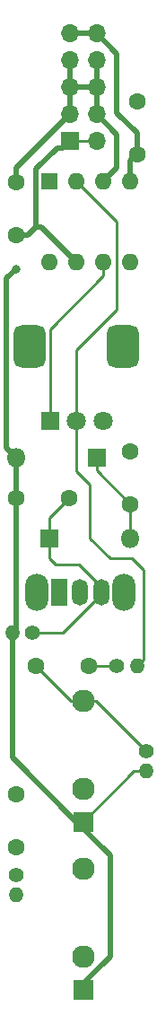
<source format=gbr>
%TF.GenerationSoftware,KiCad,Pcbnew,(6.0.4-0)*%
%TF.CreationDate,2022-12-20T07:59:27-08:00*%
%TF.ProjectId,slutch,736c7574-6368-42e6-9b69-6361645f7063,rev?*%
%TF.SameCoordinates,Original*%
%TF.FileFunction,Copper,L2,Bot*%
%TF.FilePolarity,Positive*%
%FSLAX46Y46*%
G04 Gerber Fmt 4.6, Leading zero omitted, Abs format (unit mm)*
G04 Created by KiCad (PCBNEW (6.0.4-0)) date 2022-12-20 07:59:27*
%MOMM*%
%LPD*%
G01*
G04 APERTURE LIST*
G04 Aperture macros list*
%AMRoundRect*
0 Rectangle with rounded corners*
0 $1 Rounding radius*
0 $2 $3 $4 $5 $6 $7 $8 $9 X,Y pos of 4 corners*
0 Add a 4 corners polygon primitive as box body*
4,1,4,$2,$3,$4,$5,$6,$7,$8,$9,$2,$3,0*
0 Add four circle primitives for the rounded corners*
1,1,$1+$1,$2,$3*
1,1,$1+$1,$4,$5*
1,1,$1+$1,$6,$7*
1,1,$1+$1,$8,$9*
0 Add four rect primitives between the rounded corners*
20,1,$1+$1,$2,$3,$4,$5,0*
20,1,$1+$1,$4,$5,$6,$7,0*
20,1,$1+$1,$6,$7,$8,$9,0*
20,1,$1+$1,$8,$9,$2,$3,0*%
G04 Aperture macros list end*
%TA.AperFunction,ComponentPad*%
%ADD10C,1.400000*%
%TD*%
%TA.AperFunction,ComponentPad*%
%ADD11O,1.400000X1.400000*%
%TD*%
%TA.AperFunction,ComponentPad*%
%ADD12R,1.930000X1.830000*%
%TD*%
%TA.AperFunction,ComponentPad*%
%ADD13C,2.130000*%
%TD*%
%TA.AperFunction,ComponentPad*%
%ADD14R,1.800000X1.800000*%
%TD*%
%TA.AperFunction,ComponentPad*%
%ADD15C,1.800000*%
%TD*%
%TA.AperFunction,ComponentPad*%
%ADD16RoundRect,0.750000X0.750000X-1.250000X0.750000X1.250000X-0.750000X1.250000X-0.750000X-1.250000X0*%
%TD*%
%TA.AperFunction,ComponentPad*%
%ADD17O,2.200000X3.500000*%
%TD*%
%TA.AperFunction,ComponentPad*%
%ADD18R,1.500000X2.500000*%
%TD*%
%TA.AperFunction,ComponentPad*%
%ADD19O,1.500000X2.500000*%
%TD*%
%TA.AperFunction,ComponentPad*%
%ADD20C,1.600000*%
%TD*%
%TA.AperFunction,ComponentPad*%
%ADD21O,1.800000X1.800000*%
%TD*%
%TA.AperFunction,ComponentPad*%
%ADD22R,1.600000X1.600000*%
%TD*%
%TA.AperFunction,ComponentPad*%
%ADD23O,1.600000X1.600000*%
%TD*%
%TA.AperFunction,ComponentPad*%
%ADD24R,1.700000X1.700000*%
%TD*%
%TA.AperFunction,ComponentPad*%
%ADD25O,1.700000X1.700000*%
%TD*%
%TA.AperFunction,ViaPad*%
%ADD26C,0.800000*%
%TD*%
%TA.AperFunction,Conductor*%
%ADD27C,0.250000*%
%TD*%
%TA.AperFunction,Conductor*%
%ADD28C,0.500000*%
%TD*%
G04 APERTURE END LIST*
D10*
%TO.P,R5,1*%
%TO.N,Net-(C1-Pad1)*%
X192000000Y-102000000D03*
D11*
%TO.P,R5,2*%
%TO.N,GND*%
X192000000Y-103900000D03*
%TD*%
D12*
%TO.P,J3,S*%
%TO.N,GND*%
X186055000Y-124525000D03*
D13*
%TO.P,J3,T*%
%TO.N,Net-(J3-PadT)*%
X186055000Y-113125000D03*
%TO.P,J3,TN*%
%TO.N,N/C*%
X186055000Y-121425000D03*
%TD*%
D14*
%TO.P,R2,1*%
%TO.N,Net-(C4-Pad1)*%
X182920000Y-70820000D03*
D15*
%TO.P,R2,2*%
%TO.N,Net-(R1-Pad2)*%
X185420000Y-70820000D03*
%TO.P,R2,3*%
%TO.N,N/C*%
X187920000Y-70820000D03*
D16*
%TO.P,R2,MP*%
X189820000Y-63820000D03*
X181020000Y-63820000D03*
%TD*%
D17*
%TO.P,SW1,*%
%TO.N,*%
X189865000Y-86995000D03*
X181665000Y-86995000D03*
D18*
%TO.P,SW1,1,A*%
%TO.N,Net-(C4-Pad1)*%
X183765000Y-86995000D03*
D19*
%TO.P,SW1,2,B*%
%TO.N,Net-(C6-Pad1)*%
X185765000Y-86995000D03*
%TO.P,SW1,3,C*%
%TO.N,Net-(C5-Pad1)*%
X187765000Y-86995000D03*
%TD*%
D12*
%TO.P,J1,S*%
%TO.N,GND*%
X186055000Y-108650000D03*
D13*
%TO.P,J1,T*%
%TO.N,Net-(C1-Pad1)*%
X186055000Y-97250000D03*
%TO.P,J1,TN*%
%TO.N,N/C*%
X186055000Y-105550000D03*
%TD*%
D20*
%TO.P,C1,1*%
%TO.N,Net-(C1-Pad1)*%
X181610000Y-93980000D03*
%TO.P,C1,2*%
%TO.N,Net-(C1-Pad2)*%
X186610000Y-93980000D03*
%TD*%
D10*
%TO.P,R4,1*%
%TO.N,Net-(C6-Pad2)*%
X179705000Y-113665000D03*
D11*
%TO.P,R4,2*%
%TO.N,Net-(J3-PadT)*%
X179705000Y-115565000D03*
%TD*%
D14*
%TO.P,1n34a1,1,K*%
%TO.N,Net-(1n34a1-Pad1)*%
X187325000Y-74295000D03*
D21*
%TO.P,1n34a1,2,A*%
%TO.N,GND*%
X179705000Y-74295000D03*
%TD*%
D14*
%TO.P,D1,1,K*%
%TO.N,Net-(C5-Pad1)*%
X182880000Y-81915000D03*
D21*
%TO.P,D1,2,A*%
%TO.N,Net-(1n34a1-Pad1)*%
X190500000Y-81915000D03*
%TD*%
D10*
%TO.P,R3,1*%
%TO.N,Net-(C5-Pad1)*%
X181245000Y-90805000D03*
D11*
%TO.P,R3,2*%
%TO.N,GND*%
X179345000Y-90805000D03*
%TD*%
D10*
%TO.P,R1,1*%
%TO.N,Net-(C1-Pad2)*%
X189230000Y-93980000D03*
D11*
%TO.P,R1,2*%
%TO.N,Net-(R1-Pad2)*%
X191130000Y-93980000D03*
%TD*%
D20*
%TO.P,C4,1*%
%TO.N,Net-(C4-Pad1)*%
X190500000Y-73700000D03*
%TO.P,C4,2*%
%TO.N,Net-(1n34a1-Pad1)*%
X190500000Y-78700000D03*
%TD*%
%TO.P,C2,1*%
%TO.N,GND*%
X179705000Y-48300000D03*
%TO.P,C2,2*%
%TO.N,+12V*%
X179705000Y-53300000D03*
%TD*%
%TO.P,C6,1*%
%TO.N,Net-(C6-Pad1)*%
X179705000Y-106085000D03*
%TO.P,C6,2*%
%TO.N,Net-(C6-Pad2)*%
X179705000Y-111085000D03*
%TD*%
%TO.P,C3,1*%
%TO.N,GND*%
X191135000Y-40680000D03*
%TO.P,C3,2*%
%TO.N,-12V*%
X191135000Y-45680000D03*
%TD*%
D22*
%TO.P,U1,1,NULL*%
%TO.N,unconnected-(U1-Pad1)*%
X182890000Y-48270000D03*
D23*
%TO.P,U1,2,-*%
%TO.N,Net-(R1-Pad2)*%
X185430000Y-48270000D03*
%TO.P,U1,3,+*%
%TO.N,GND*%
X187970000Y-48270000D03*
%TO.P,U1,4,V-*%
%TO.N,-12V*%
X190510000Y-48270000D03*
%TO.P,U1,5,NULL*%
%TO.N,unconnected-(U1-Pad5)*%
X190510000Y-55890000D03*
%TO.P,U1,6*%
%TO.N,Net-(C4-Pad1)*%
X187970000Y-55890000D03*
%TO.P,U1,7,V+*%
%TO.N,+12V*%
X185430000Y-55890000D03*
%TO.P,U1,8,NC*%
%TO.N,unconnected-(U1-Pad8)*%
X182890000Y-55890000D03*
%TD*%
D20*
%TO.P,C5,1*%
%TO.N,Net-(C5-Pad1)*%
X184745000Y-78105000D03*
%TO.P,C5,2*%
%TO.N,GND*%
X179745000Y-78105000D03*
%TD*%
D24*
%TO.P,J2,1,Pin_1*%
%TO.N,+12V*%
X184780000Y-44445000D03*
D25*
%TO.P,J2,2,Pin_2*%
X187320000Y-44445000D03*
%TO.P,J2,3,Pin_3*%
%TO.N,GND*%
X184780000Y-41905000D03*
%TO.P,J2,4,Pin_4*%
X187320000Y-41905000D03*
%TO.P,J2,5,Pin_5*%
X184780000Y-39365000D03*
%TO.P,J2,6,Pin_6*%
X187320000Y-39365000D03*
%TO.P,J2,7,Pin_7*%
X184780000Y-36825000D03*
%TO.P,J2,8,Pin_8*%
X187320000Y-36825000D03*
%TO.P,J2,9,Pin_9*%
%TO.N,-12V*%
X184780000Y-34285000D03*
%TO.P,J2,10,Pin_10*%
X187320000Y-34285000D03*
%TD*%
D26*
%TO.N,GND*%
X179705000Y-56515000D03*
%TD*%
D27*
%TO.N,GND*%
X192000000Y-103900000D02*
X190805000Y-103900000D01*
X190805000Y-103900000D02*
X186055000Y-108650000D01*
%TO.N,Net-(C1-Pad1)*%
X192000000Y-102000000D02*
X187250000Y-97250000D01*
X187250000Y-97250000D02*
X186055000Y-97250000D01*
D28*
%TO.N,+12V*%
X183585978Y-45075000D02*
X184150000Y-45075000D01*
X181610000Y-47050978D02*
X183585978Y-45075000D01*
X181610000Y-52526370D02*
X181610000Y-47050978D01*
X182066370Y-52526370D02*
X185430000Y-55890000D01*
X181610000Y-52526370D02*
X182066370Y-52526370D01*
D27*
X184150000Y-45075000D02*
X184780000Y-44445000D01*
D28*
X179705000Y-53300000D02*
X180836370Y-53300000D01*
D27*
X184780000Y-44445000D02*
X187320000Y-44445000D01*
D28*
X180836370Y-53300000D02*
X181610000Y-52526370D01*
%TO.N,GND*%
X187320000Y-36825000D02*
X187320000Y-41905000D01*
X179705000Y-74295000D02*
X178805000Y-73395000D01*
X184780000Y-36825000D02*
X184780000Y-41905000D01*
X179745000Y-74335000D02*
X179705000Y-74295000D01*
X184780000Y-39365000D02*
X187320000Y-39365000D01*
X179345000Y-102575000D02*
X185420000Y-108650000D01*
X188595000Y-111825000D02*
X188595000Y-121350000D01*
X179745000Y-91040000D02*
X179345000Y-91440000D01*
X179345000Y-91440000D02*
X179345000Y-102575000D01*
X184780000Y-41905000D02*
X179705000Y-46980000D01*
X188595000Y-121350000D02*
X185420000Y-124525000D01*
X179745000Y-78105000D02*
X179745000Y-91040000D01*
X178805000Y-57415000D02*
X179705000Y-56515000D01*
X185420000Y-108650000D02*
X188595000Y-111825000D01*
X189230000Y-43815000D02*
X189230000Y-47010000D01*
X178805000Y-73395000D02*
X178805000Y-57415000D01*
X179745000Y-78105000D02*
X179745000Y-74335000D01*
X189230000Y-47010000D02*
X187970000Y-48270000D01*
X179705000Y-46980000D02*
X179705000Y-48300000D01*
X187320000Y-41905000D02*
X189230000Y-43815000D01*
%TO.N,-12V*%
X187320000Y-34285000D02*
X184780000Y-34285000D01*
X191135000Y-43669511D02*
X191135000Y-45680000D01*
X187320000Y-34285000D02*
X189230000Y-36195000D01*
X189230000Y-41764511D02*
X191135000Y-43669511D01*
X190510000Y-46305000D02*
X191135000Y-45680000D01*
X190510000Y-48270000D02*
X190510000Y-46305000D01*
X189230000Y-36195000D02*
X189230000Y-41764511D01*
D27*
%TO.N,Net-(1n34a1-Pad1)*%
X190500000Y-81915000D02*
X190500000Y-78700000D01*
X187325000Y-75525000D02*
X190500000Y-78700000D01*
X187325000Y-74295000D02*
X187325000Y-75525000D01*
%TO.N,Net-(C1-Pad1)*%
X184880000Y-97250000D02*
X185420000Y-97250000D01*
X181610000Y-93980000D02*
X184880000Y-97250000D01*
%TO.N,Net-(C1-Pad2)*%
X186610000Y-93980000D02*
X189230000Y-93980000D01*
%TO.N,Net-(C4-Pad1)*%
X182920000Y-62190000D02*
X182920000Y-70820000D01*
X187970000Y-55890000D02*
X187970000Y-57140000D01*
X187970000Y-57140000D02*
X182920000Y-62190000D01*
%TO.N,Net-(C5-Pad1)*%
X184150000Y-90805000D02*
X181245000Y-90805000D01*
X184150000Y-90805000D02*
X187765000Y-87190000D01*
X183420000Y-84360000D02*
X185630000Y-84360000D01*
X187765000Y-86495000D02*
X187765000Y-86995000D01*
X187765000Y-87190000D02*
X187765000Y-86995000D01*
X182880000Y-83820000D02*
X183420000Y-84360000D01*
X182880000Y-81915000D02*
X182880000Y-79970000D01*
X182880000Y-79970000D02*
X184745000Y-78105000D01*
X182880000Y-81915000D02*
X182880000Y-83820000D01*
X185630000Y-84360000D02*
X187765000Y-86495000D01*
%TO.N,Net-(R1-Pad2)*%
X186690000Y-81915000D02*
X186690000Y-76835000D01*
X191770000Y-93340000D02*
X191770000Y-84916721D01*
X189230000Y-52070000D02*
X189230000Y-60325000D01*
X188595000Y-83820000D02*
X186690000Y-81915000D01*
X191130000Y-93980000D02*
X191770000Y-93340000D01*
X185420000Y-64135000D02*
X185420000Y-70820000D01*
X186690000Y-76835000D02*
X185420000Y-75565000D01*
X191770000Y-84916721D02*
X190673279Y-83820000D01*
X189230000Y-60325000D02*
X185420000Y-64135000D01*
X185430000Y-48270000D02*
X189230000Y-52070000D01*
X190673279Y-83820000D02*
X188595000Y-83820000D01*
X185420000Y-75565000D02*
X185420000Y-70820000D01*
%TD*%
M02*

</source>
